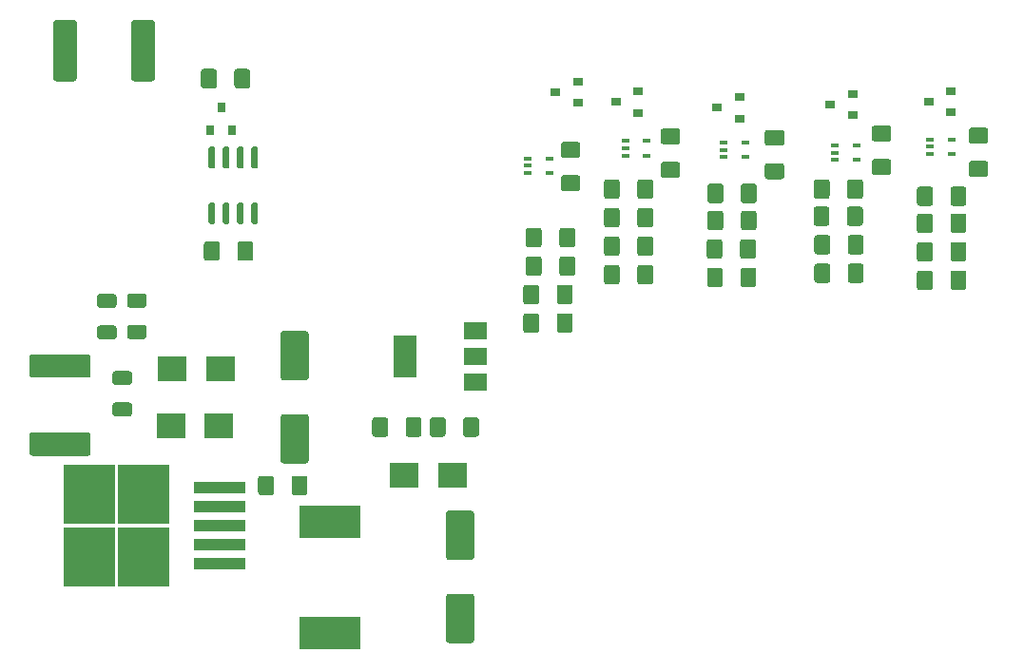
<source format=gbp>
%TF.GenerationSoftware,KiCad,Pcbnew,(5.1.6)-1*%
%TF.CreationDate,2021-05-10T23:00:48+02:00*%
%TF.ProjectId,karta_stm,6b617274-615f-4737-946d-2e6b69636164,rev?*%
%TF.SameCoordinates,Original*%
%TF.FileFunction,Paste,Bot*%
%TF.FilePolarity,Positive*%
%FSLAX46Y46*%
G04 Gerber Fmt 4.6, Leading zero omitted, Abs format (unit mm)*
G04 Created by KiCad (PCBNEW (5.1.6)-1) date 2021-05-10 23:00:48*
%MOMM*%
%LPD*%
G01*
G04 APERTURE LIST*
%ADD10R,4.550000X5.250000*%
%ADD11R,4.600000X1.100000*%
%ADD12R,2.000000X1.500000*%
%ADD13R,2.000000X3.800000*%
%ADD14R,0.650000X0.400000*%
%ADD15R,0.900000X0.800000*%
%ADD16R,2.500000X2.300000*%
%ADD17R,5.400000X2.900000*%
%ADD18R,0.800000X0.900000*%
G04 APERTURE END LIST*
%TO.C,L3*%
G36*
G01*
X105730200Y-91055200D02*
X104480200Y-91055200D01*
G75*
G02*
X104230200Y-90805200I0J250000D01*
G01*
X104230200Y-90055200D01*
G75*
G02*
X104480200Y-89805200I250000J0D01*
G01*
X105730200Y-89805200D01*
G75*
G02*
X105980200Y-90055200I0J-250000D01*
G01*
X105980200Y-90805200D01*
G75*
G02*
X105730200Y-91055200I-250000J0D01*
G01*
G37*
G36*
G01*
X105730200Y-93855200D02*
X104480200Y-93855200D01*
G75*
G02*
X104230200Y-93605200I0J250000D01*
G01*
X104230200Y-92855200D01*
G75*
G02*
X104480200Y-92605200I250000J0D01*
G01*
X105730200Y-92605200D01*
G75*
G02*
X105980200Y-92855200I0J-250000D01*
G01*
X105980200Y-93605200D01*
G75*
G02*
X105730200Y-93855200I-250000J0D01*
G01*
G37*
%TD*%
%TO.C,C24*%
G36*
G01*
X104358600Y-84191000D02*
X103108600Y-84191000D01*
G75*
G02*
X102858600Y-83941000I0J250000D01*
G01*
X102858600Y-83191000D01*
G75*
G02*
X103108600Y-82941000I250000J0D01*
G01*
X104358600Y-82941000D01*
G75*
G02*
X104608600Y-83191000I0J-250000D01*
G01*
X104608600Y-83941000D01*
G75*
G02*
X104358600Y-84191000I-250000J0D01*
G01*
G37*
G36*
G01*
X104358600Y-86991000D02*
X103108600Y-86991000D01*
G75*
G02*
X102858600Y-86741000I0J250000D01*
G01*
X102858600Y-85991000D01*
G75*
G02*
X103108600Y-85741000I250000J0D01*
G01*
X104358600Y-85741000D01*
G75*
G02*
X104608600Y-85991000I0J-250000D01*
G01*
X104608600Y-86741000D01*
G75*
G02*
X104358600Y-86991000I-250000J0D01*
G01*
G37*
%TD*%
%TO.C,C23*%
G36*
G01*
X107025600Y-84159600D02*
X105775600Y-84159600D01*
G75*
G02*
X105525600Y-83909600I0J250000D01*
G01*
X105525600Y-83159600D01*
G75*
G02*
X105775600Y-82909600I250000J0D01*
G01*
X107025600Y-82909600D01*
G75*
G02*
X107275600Y-83159600I0J-250000D01*
G01*
X107275600Y-83909600D01*
G75*
G02*
X107025600Y-84159600I-250000J0D01*
G01*
G37*
G36*
G01*
X107025600Y-86959600D02*
X105775600Y-86959600D01*
G75*
G02*
X105525600Y-86709600I0J250000D01*
G01*
X105525600Y-85959600D01*
G75*
G02*
X105775600Y-85709600I250000J0D01*
G01*
X107025600Y-85709600D01*
G75*
G02*
X107275600Y-85959600I0J-250000D01*
G01*
X107275600Y-86709600D01*
G75*
G02*
X107025600Y-86959600I-250000J0D01*
G01*
G37*
%TD*%
D10*
%TO.C,U3*%
X107021500Y-106362500D03*
X102171500Y-100812500D03*
X107021500Y-100812500D03*
X102171500Y-106362500D03*
D11*
X113746500Y-106987500D03*
X113746500Y-105287500D03*
X113746500Y-103587500D03*
X113746500Y-101887500D03*
X113746500Y-100187500D03*
%TD*%
%TO.C,R21*%
G36*
G01*
X160196500Y-74610000D02*
X160196500Y-73360000D01*
G75*
G02*
X160446500Y-73110000I250000J0D01*
G01*
X161371500Y-73110000D01*
G75*
G02*
X161621500Y-73360000I0J-250000D01*
G01*
X161621500Y-74610000D01*
G75*
G02*
X161371500Y-74860000I-250000J0D01*
G01*
X160446500Y-74860000D01*
G75*
G02*
X160196500Y-74610000I0J250000D01*
G01*
G37*
G36*
G01*
X157221500Y-74610000D02*
X157221500Y-73360000D01*
G75*
G02*
X157471500Y-73110000I250000J0D01*
G01*
X158396500Y-73110000D01*
G75*
G02*
X158646500Y-73360000I0J-250000D01*
G01*
X158646500Y-74610000D01*
G75*
G02*
X158396500Y-74860000I-250000J0D01*
G01*
X157471500Y-74860000D01*
G75*
G02*
X157221500Y-74610000I0J250000D01*
G01*
G37*
%TD*%
%TO.C,C16*%
G36*
G01*
X130342000Y-95430500D02*
X130342000Y-94180500D01*
G75*
G02*
X130592000Y-93930500I250000J0D01*
G01*
X131517000Y-93930500D01*
G75*
G02*
X131767000Y-94180500I0J-250000D01*
G01*
X131767000Y-95430500D01*
G75*
G02*
X131517000Y-95680500I-250000J0D01*
G01*
X130592000Y-95680500D01*
G75*
G02*
X130342000Y-95430500I0J250000D01*
G01*
G37*
G36*
G01*
X127367000Y-95430500D02*
X127367000Y-94180500D01*
G75*
G02*
X127617000Y-93930500I250000J0D01*
G01*
X128542000Y-93930500D01*
G75*
G02*
X128792000Y-94180500I0J-250000D01*
G01*
X128792000Y-95430500D01*
G75*
G02*
X128542000Y-95680500I-250000J0D01*
G01*
X127617000Y-95680500D01*
G75*
G02*
X127367000Y-95430500I0J250000D01*
G01*
G37*
%TD*%
%TO.C,R23*%
G36*
G01*
X158560500Y-78313000D02*
X158560500Y-79563000D01*
G75*
G02*
X158310500Y-79813000I-250000J0D01*
G01*
X157385500Y-79813000D01*
G75*
G02*
X157135500Y-79563000I0J250000D01*
G01*
X157135500Y-78313000D01*
G75*
G02*
X157385500Y-78063000I250000J0D01*
G01*
X158310500Y-78063000D01*
G75*
G02*
X158560500Y-78313000I0J-250000D01*
G01*
G37*
G36*
G01*
X161535500Y-78313000D02*
X161535500Y-79563000D01*
G75*
G02*
X161285500Y-79813000I-250000J0D01*
G01*
X160360500Y-79813000D01*
G75*
G02*
X160110500Y-79563000I0J250000D01*
G01*
X160110500Y-78313000D01*
G75*
G02*
X160360500Y-78063000I250000J0D01*
G01*
X161285500Y-78063000D01*
G75*
G02*
X161535500Y-78313000I0J-250000D01*
G01*
G37*
%TD*%
D12*
%TO.C,U4*%
X136587900Y-86231300D03*
X136587900Y-90831300D03*
X136587900Y-88531300D03*
D13*
X130287900Y-88531300D03*
%TD*%
%TO.C,U2*%
G36*
G01*
X117056500Y-71786000D02*
X116756500Y-71786000D01*
G75*
G02*
X116606500Y-71636000I0J150000D01*
G01*
X116606500Y-69986000D01*
G75*
G02*
X116756500Y-69836000I150000J0D01*
G01*
X117056500Y-69836000D01*
G75*
G02*
X117206500Y-69986000I0J-150000D01*
G01*
X117206500Y-71636000D01*
G75*
G02*
X117056500Y-71786000I-150000J0D01*
G01*
G37*
G36*
G01*
X115786500Y-71786000D02*
X115486500Y-71786000D01*
G75*
G02*
X115336500Y-71636000I0J150000D01*
G01*
X115336500Y-69986000D01*
G75*
G02*
X115486500Y-69836000I150000J0D01*
G01*
X115786500Y-69836000D01*
G75*
G02*
X115936500Y-69986000I0J-150000D01*
G01*
X115936500Y-71636000D01*
G75*
G02*
X115786500Y-71786000I-150000J0D01*
G01*
G37*
G36*
G01*
X114516500Y-71786000D02*
X114216500Y-71786000D01*
G75*
G02*
X114066500Y-71636000I0J150000D01*
G01*
X114066500Y-69986000D01*
G75*
G02*
X114216500Y-69836000I150000J0D01*
G01*
X114516500Y-69836000D01*
G75*
G02*
X114666500Y-69986000I0J-150000D01*
G01*
X114666500Y-71636000D01*
G75*
G02*
X114516500Y-71786000I-150000J0D01*
G01*
G37*
G36*
G01*
X113246500Y-71786000D02*
X112946500Y-71786000D01*
G75*
G02*
X112796500Y-71636000I0J150000D01*
G01*
X112796500Y-69986000D01*
G75*
G02*
X112946500Y-69836000I150000J0D01*
G01*
X113246500Y-69836000D01*
G75*
G02*
X113396500Y-69986000I0J-150000D01*
G01*
X113396500Y-71636000D01*
G75*
G02*
X113246500Y-71786000I-150000J0D01*
G01*
G37*
G36*
G01*
X113246500Y-76736000D02*
X112946500Y-76736000D01*
G75*
G02*
X112796500Y-76586000I0J150000D01*
G01*
X112796500Y-74936000D01*
G75*
G02*
X112946500Y-74786000I150000J0D01*
G01*
X113246500Y-74786000D01*
G75*
G02*
X113396500Y-74936000I0J-150000D01*
G01*
X113396500Y-76586000D01*
G75*
G02*
X113246500Y-76736000I-150000J0D01*
G01*
G37*
G36*
G01*
X114516500Y-76736000D02*
X114216500Y-76736000D01*
G75*
G02*
X114066500Y-76586000I0J150000D01*
G01*
X114066500Y-74936000D01*
G75*
G02*
X114216500Y-74786000I150000J0D01*
G01*
X114516500Y-74786000D01*
G75*
G02*
X114666500Y-74936000I0J-150000D01*
G01*
X114666500Y-76586000D01*
G75*
G02*
X114516500Y-76736000I-150000J0D01*
G01*
G37*
G36*
G01*
X115786500Y-76736000D02*
X115486500Y-76736000D01*
G75*
G02*
X115336500Y-76586000I0J150000D01*
G01*
X115336500Y-74936000D01*
G75*
G02*
X115486500Y-74786000I150000J0D01*
G01*
X115786500Y-74786000D01*
G75*
G02*
X115936500Y-74936000I0J-150000D01*
G01*
X115936500Y-76586000D01*
G75*
G02*
X115786500Y-76736000I-150000J0D01*
G01*
G37*
G36*
G01*
X117056500Y-76736000D02*
X116756500Y-76736000D01*
G75*
G02*
X116606500Y-76586000I0J150000D01*
G01*
X116606500Y-74936000D01*
G75*
G02*
X116756500Y-74786000I150000J0D01*
G01*
X117056500Y-74786000D01*
G75*
G02*
X117206500Y-74936000I0J-150000D01*
G01*
X117206500Y-76586000D01*
G75*
G02*
X117056500Y-76736000I-150000J0D01*
G01*
G37*
%TD*%
%TO.C,R17*%
G36*
G01*
X169648500Y-74229000D02*
X169648500Y-72979000D01*
G75*
G02*
X169898500Y-72729000I250000J0D01*
G01*
X170823500Y-72729000D01*
G75*
G02*
X171073500Y-72979000I0J-250000D01*
G01*
X171073500Y-74229000D01*
G75*
G02*
X170823500Y-74479000I-250000J0D01*
G01*
X169898500Y-74479000D01*
G75*
G02*
X169648500Y-74229000I0J250000D01*
G01*
G37*
G36*
G01*
X166673500Y-74229000D02*
X166673500Y-72979000D01*
G75*
G02*
X166923500Y-72729000I250000J0D01*
G01*
X167848500Y-72729000D01*
G75*
G02*
X168098500Y-72979000I0J-250000D01*
G01*
X168098500Y-74229000D01*
G75*
G02*
X167848500Y-74479000I-250000J0D01*
G01*
X166923500Y-74479000D01*
G75*
G02*
X166673500Y-74229000I0J250000D01*
G01*
G37*
%TD*%
%TO.C,R13*%
G36*
G01*
X177302500Y-78567000D02*
X177302500Y-79817000D01*
G75*
G02*
X177052500Y-80067000I-250000J0D01*
G01*
X176127500Y-80067000D01*
G75*
G02*
X175877500Y-79817000I0J250000D01*
G01*
X175877500Y-78567000D01*
G75*
G02*
X176127500Y-78317000I250000J0D01*
G01*
X177052500Y-78317000D01*
G75*
G02*
X177302500Y-78567000I0J-250000D01*
G01*
G37*
G36*
G01*
X180277500Y-78567000D02*
X180277500Y-79817000D01*
G75*
G02*
X180027500Y-80067000I-250000J0D01*
G01*
X179102500Y-80067000D01*
G75*
G02*
X178852500Y-79817000I0J250000D01*
G01*
X178852500Y-78567000D01*
G75*
G02*
X179102500Y-78317000I250000J0D01*
G01*
X180027500Y-78317000D01*
G75*
G02*
X180277500Y-78567000I0J-250000D01*
G01*
G37*
%TD*%
%TO.C,R8*%
G36*
G01*
X180731000Y-71096500D02*
X181981000Y-71096500D01*
G75*
G02*
X182231000Y-71346500I0J-250000D01*
G01*
X182231000Y-72271500D01*
G75*
G02*
X181981000Y-72521500I-250000J0D01*
G01*
X180731000Y-72521500D01*
G75*
G02*
X180481000Y-72271500I0J250000D01*
G01*
X180481000Y-71346500D01*
G75*
G02*
X180731000Y-71096500I250000J0D01*
G01*
G37*
G36*
G01*
X180731000Y-68121500D02*
X181981000Y-68121500D01*
G75*
G02*
X182231000Y-68371500I0J-250000D01*
G01*
X182231000Y-69296500D01*
G75*
G02*
X181981000Y-69546500I-250000J0D01*
G01*
X180731000Y-69546500D01*
G75*
G02*
X180481000Y-69296500I0J250000D01*
G01*
X180481000Y-68371500D01*
G75*
G02*
X180731000Y-68121500I250000J0D01*
G01*
G37*
%TD*%
%TO.C,R14*%
G36*
G01*
X144018000Y-81087000D02*
X144018000Y-79837000D01*
G75*
G02*
X144268000Y-79587000I250000J0D01*
G01*
X145193000Y-79587000D01*
G75*
G02*
X145443000Y-79837000I0J-250000D01*
G01*
X145443000Y-81087000D01*
G75*
G02*
X145193000Y-81337000I-250000J0D01*
G01*
X144268000Y-81337000D01*
G75*
G02*
X144018000Y-81087000I0J250000D01*
G01*
G37*
G36*
G01*
X141043000Y-81087000D02*
X141043000Y-79837000D01*
G75*
G02*
X141293000Y-79587000I250000J0D01*
G01*
X142218000Y-79587000D01*
G75*
G02*
X142468000Y-79837000I0J-250000D01*
G01*
X142468000Y-81087000D01*
G75*
G02*
X142218000Y-81337000I-250000J0D01*
G01*
X141293000Y-81337000D01*
G75*
G02*
X141043000Y-81087000I0J250000D01*
G01*
G37*
%TD*%
%TO.C,R12*%
G36*
G01*
X178852500Y-77277000D02*
X178852500Y-76027000D01*
G75*
G02*
X179102500Y-75777000I250000J0D01*
G01*
X180027500Y-75777000D01*
G75*
G02*
X180277500Y-76027000I0J-250000D01*
G01*
X180277500Y-77277000D01*
G75*
G02*
X180027500Y-77527000I-250000J0D01*
G01*
X179102500Y-77527000D01*
G75*
G02*
X178852500Y-77277000I0J250000D01*
G01*
G37*
G36*
G01*
X175877500Y-77277000D02*
X175877500Y-76027000D01*
G75*
G02*
X176127500Y-75777000I250000J0D01*
G01*
X177052500Y-75777000D01*
G75*
G02*
X177302500Y-76027000I0J-250000D01*
G01*
X177302500Y-77277000D01*
G75*
G02*
X177052500Y-77527000I-250000J0D01*
G01*
X176127500Y-77527000D01*
G75*
G02*
X175877500Y-77277000I0J250000D01*
G01*
G37*
%TD*%
%TO.C,R16*%
G36*
G01*
X172095000Y-70915500D02*
X173345000Y-70915500D01*
G75*
G02*
X173595000Y-71165500I0J-250000D01*
G01*
X173595000Y-72090500D01*
G75*
G02*
X173345000Y-72340500I-250000J0D01*
G01*
X172095000Y-72340500D01*
G75*
G02*
X171845000Y-72090500I0J250000D01*
G01*
X171845000Y-71165500D01*
G75*
G02*
X172095000Y-70915500I250000J0D01*
G01*
G37*
G36*
G01*
X172095000Y-67940500D02*
X173345000Y-67940500D01*
G75*
G02*
X173595000Y-68190500I0J-250000D01*
G01*
X173595000Y-69115500D01*
G75*
G02*
X173345000Y-69365500I-250000J0D01*
G01*
X172095000Y-69365500D01*
G75*
G02*
X171845000Y-69115500I0J250000D01*
G01*
X171845000Y-68190500D01*
G75*
G02*
X172095000Y-67940500I250000J0D01*
G01*
G37*
%TD*%
%TO.C,R11*%
G36*
G01*
X144018000Y-78547000D02*
X144018000Y-77297000D01*
G75*
G02*
X144268000Y-77047000I250000J0D01*
G01*
X145193000Y-77047000D01*
G75*
G02*
X145443000Y-77297000I0J-250000D01*
G01*
X145443000Y-78547000D01*
G75*
G02*
X145193000Y-78797000I-250000J0D01*
G01*
X144268000Y-78797000D01*
G75*
G02*
X144018000Y-78547000I0J250000D01*
G01*
G37*
G36*
G01*
X141043000Y-78547000D02*
X141043000Y-77297000D01*
G75*
G02*
X141293000Y-77047000I250000J0D01*
G01*
X142218000Y-77047000D01*
G75*
G02*
X142468000Y-77297000I0J-250000D01*
G01*
X142468000Y-78547000D01*
G75*
G02*
X142218000Y-78797000I-250000J0D01*
G01*
X141293000Y-78797000D01*
G75*
G02*
X141043000Y-78547000I0J250000D01*
G01*
G37*
%TD*%
%TO.C,R19*%
G36*
G01*
X168158500Y-77932000D02*
X168158500Y-79182000D01*
G75*
G02*
X167908500Y-79432000I-250000J0D01*
G01*
X166983500Y-79432000D01*
G75*
G02*
X166733500Y-79182000I0J250000D01*
G01*
X166733500Y-77932000D01*
G75*
G02*
X166983500Y-77682000I250000J0D01*
G01*
X167908500Y-77682000D01*
G75*
G02*
X168158500Y-77932000I0J-250000D01*
G01*
G37*
G36*
G01*
X171133500Y-77932000D02*
X171133500Y-79182000D01*
G75*
G02*
X170883500Y-79432000I-250000J0D01*
G01*
X169958500Y-79432000D01*
G75*
G02*
X169708500Y-79182000I0J250000D01*
G01*
X169708500Y-77932000D01*
G75*
G02*
X169958500Y-77682000I250000J0D01*
G01*
X170883500Y-77682000D01*
G75*
G02*
X171133500Y-77932000I0J-250000D01*
G01*
G37*
%TD*%
%TO.C,R10*%
G36*
G01*
X144409000Y-72366500D02*
X145659000Y-72366500D01*
G75*
G02*
X145909000Y-72616500I0J-250000D01*
G01*
X145909000Y-73541500D01*
G75*
G02*
X145659000Y-73791500I-250000J0D01*
G01*
X144409000Y-73791500D01*
G75*
G02*
X144159000Y-73541500I0J250000D01*
G01*
X144159000Y-72616500D01*
G75*
G02*
X144409000Y-72366500I250000J0D01*
G01*
G37*
G36*
G01*
X144409000Y-69391500D02*
X145659000Y-69391500D01*
G75*
G02*
X145909000Y-69641500I0J-250000D01*
G01*
X145909000Y-70566500D01*
G75*
G02*
X145659000Y-70816500I-250000J0D01*
G01*
X144409000Y-70816500D01*
G75*
G02*
X144159000Y-70566500I0J250000D01*
G01*
X144159000Y-69641500D01*
G75*
G02*
X144409000Y-69391500I250000J0D01*
G01*
G37*
%TD*%
%TO.C,R15*%
G36*
G01*
X142250500Y-82377000D02*
X142250500Y-83627000D01*
G75*
G02*
X142000500Y-83877000I-250000J0D01*
G01*
X141075500Y-83877000D01*
G75*
G02*
X140825500Y-83627000I0J250000D01*
G01*
X140825500Y-82377000D01*
G75*
G02*
X141075500Y-82127000I250000J0D01*
G01*
X142000500Y-82127000D01*
G75*
G02*
X142250500Y-82377000I0J-250000D01*
G01*
G37*
G36*
G01*
X145225500Y-82377000D02*
X145225500Y-83627000D01*
G75*
G02*
X144975500Y-83877000I-250000J0D01*
G01*
X144050500Y-83877000D01*
G75*
G02*
X143800500Y-83627000I0J250000D01*
G01*
X143800500Y-82377000D01*
G75*
G02*
X144050500Y-82127000I250000J0D01*
G01*
X144975500Y-82127000D01*
G75*
G02*
X145225500Y-82377000I0J-250000D01*
G01*
G37*
%TD*%
%TO.C,R6*%
G36*
G01*
X150966500Y-76769000D02*
X150966500Y-75519000D01*
G75*
G02*
X151216500Y-75269000I250000J0D01*
G01*
X152141500Y-75269000D01*
G75*
G02*
X152391500Y-75519000I0J-250000D01*
G01*
X152391500Y-76769000D01*
G75*
G02*
X152141500Y-77019000I-250000J0D01*
G01*
X151216500Y-77019000D01*
G75*
G02*
X150966500Y-76769000I0J250000D01*
G01*
G37*
G36*
G01*
X147991500Y-76769000D02*
X147991500Y-75519000D01*
G75*
G02*
X148241500Y-75269000I250000J0D01*
G01*
X149166500Y-75269000D01*
G75*
G02*
X149416500Y-75519000I0J-250000D01*
G01*
X149416500Y-76769000D01*
G75*
G02*
X149166500Y-77019000I-250000J0D01*
G01*
X148241500Y-77019000D01*
G75*
G02*
X147991500Y-76769000I0J250000D01*
G01*
G37*
%TD*%
%TO.C,R5*%
G36*
G01*
X150966500Y-74229000D02*
X150966500Y-72979000D01*
G75*
G02*
X151216500Y-72729000I250000J0D01*
G01*
X152141500Y-72729000D01*
G75*
G02*
X152391500Y-72979000I0J-250000D01*
G01*
X152391500Y-74229000D01*
G75*
G02*
X152141500Y-74479000I-250000J0D01*
G01*
X151216500Y-74479000D01*
G75*
G02*
X150966500Y-74229000I0J250000D01*
G01*
G37*
G36*
G01*
X147991500Y-74229000D02*
X147991500Y-72979000D01*
G75*
G02*
X148241500Y-72729000I250000J0D01*
G01*
X149166500Y-72729000D01*
G75*
G02*
X149416500Y-72979000I0J-250000D01*
G01*
X149416500Y-74229000D01*
G75*
G02*
X149166500Y-74479000I-250000J0D01*
G01*
X148241500Y-74479000D01*
G75*
G02*
X147991500Y-74229000I0J250000D01*
G01*
G37*
%TD*%
%TO.C,R7*%
G36*
G01*
X149416500Y-78059000D02*
X149416500Y-79309000D01*
G75*
G02*
X149166500Y-79559000I-250000J0D01*
G01*
X148241500Y-79559000D01*
G75*
G02*
X147991500Y-79309000I0J250000D01*
G01*
X147991500Y-78059000D01*
G75*
G02*
X148241500Y-77809000I250000J0D01*
G01*
X149166500Y-77809000D01*
G75*
G02*
X149416500Y-78059000I0J-250000D01*
G01*
G37*
G36*
G01*
X152391500Y-78059000D02*
X152391500Y-79309000D01*
G75*
G02*
X152141500Y-79559000I-250000J0D01*
G01*
X151216500Y-79559000D01*
G75*
G02*
X150966500Y-79309000I0J250000D01*
G01*
X150966500Y-78059000D01*
G75*
G02*
X151216500Y-77809000I250000J0D01*
G01*
X152141500Y-77809000D01*
G75*
G02*
X152391500Y-78059000I0J-250000D01*
G01*
G37*
%TD*%
%TO.C,R18*%
G36*
G01*
X169635500Y-76642000D02*
X169635500Y-75392000D01*
G75*
G02*
X169885500Y-75142000I250000J0D01*
G01*
X170810500Y-75142000D01*
G75*
G02*
X171060500Y-75392000I0J-250000D01*
G01*
X171060500Y-76642000D01*
G75*
G02*
X170810500Y-76892000I-250000J0D01*
G01*
X169885500Y-76892000D01*
G75*
G02*
X169635500Y-76642000I0J250000D01*
G01*
G37*
G36*
G01*
X166660500Y-76642000D02*
X166660500Y-75392000D01*
G75*
G02*
X166910500Y-75142000I250000J0D01*
G01*
X167835500Y-75142000D01*
G75*
G02*
X168085500Y-75392000I0J-250000D01*
G01*
X168085500Y-76642000D01*
G75*
G02*
X167835500Y-76892000I-250000J0D01*
G01*
X166910500Y-76892000D01*
G75*
G02*
X166660500Y-76642000I0J250000D01*
G01*
G37*
%TD*%
%TO.C,R22*%
G36*
G01*
X160183500Y-77023000D02*
X160183500Y-75773000D01*
G75*
G02*
X160433500Y-75523000I250000J0D01*
G01*
X161358500Y-75523000D01*
G75*
G02*
X161608500Y-75773000I0J-250000D01*
G01*
X161608500Y-77023000D01*
G75*
G02*
X161358500Y-77273000I-250000J0D01*
G01*
X160433500Y-77273000D01*
G75*
G02*
X160183500Y-77023000I0J250000D01*
G01*
G37*
G36*
G01*
X157208500Y-77023000D02*
X157208500Y-75773000D01*
G75*
G02*
X157458500Y-75523000I250000J0D01*
G01*
X158383500Y-75523000D01*
G75*
G02*
X158633500Y-75773000I0J-250000D01*
G01*
X158633500Y-77023000D01*
G75*
G02*
X158383500Y-77273000I-250000J0D01*
G01*
X157458500Y-77273000D01*
G75*
G02*
X157208500Y-77023000I0J250000D01*
G01*
G37*
%TD*%
%TO.C,R9*%
G36*
G01*
X178852500Y-74864000D02*
X178852500Y-73614000D01*
G75*
G02*
X179102500Y-73364000I250000J0D01*
G01*
X180027500Y-73364000D01*
G75*
G02*
X180277500Y-73614000I0J-250000D01*
G01*
X180277500Y-74864000D01*
G75*
G02*
X180027500Y-75114000I-250000J0D01*
G01*
X179102500Y-75114000D01*
G75*
G02*
X178852500Y-74864000I0J250000D01*
G01*
G37*
G36*
G01*
X175877500Y-74864000D02*
X175877500Y-73614000D01*
G75*
G02*
X176127500Y-73364000I250000J0D01*
G01*
X177052500Y-73364000D01*
G75*
G02*
X177302500Y-73614000I0J-250000D01*
G01*
X177302500Y-74864000D01*
G75*
G02*
X177052500Y-75114000I-250000J0D01*
G01*
X176127500Y-75114000D01*
G75*
G02*
X175877500Y-74864000I0J250000D01*
G01*
G37*
%TD*%
%TO.C,R20*%
G36*
G01*
X162570000Y-71296500D02*
X163820000Y-71296500D01*
G75*
G02*
X164070000Y-71546500I0J-250000D01*
G01*
X164070000Y-72471500D01*
G75*
G02*
X163820000Y-72721500I-250000J0D01*
G01*
X162570000Y-72721500D01*
G75*
G02*
X162320000Y-72471500I0J250000D01*
G01*
X162320000Y-71546500D01*
G75*
G02*
X162570000Y-71296500I250000J0D01*
G01*
G37*
G36*
G01*
X162570000Y-68321500D02*
X163820000Y-68321500D01*
G75*
G02*
X164070000Y-68571500I0J-250000D01*
G01*
X164070000Y-69496500D01*
G75*
G02*
X163820000Y-69746500I-250000J0D01*
G01*
X162570000Y-69746500D01*
G75*
G02*
X162320000Y-69496500I0J250000D01*
G01*
X162320000Y-68571500D01*
G75*
G02*
X162570000Y-68321500I250000J0D01*
G01*
G37*
%TD*%
D14*
%TO.C,U6*%
X178938000Y-70485000D03*
X178938000Y-69185000D03*
X177038000Y-69835000D03*
X177038000Y-69185000D03*
X177038000Y-70485000D03*
%TD*%
%TO.C,U5*%
X151826000Y-70627000D03*
X151826000Y-69327000D03*
X149926000Y-69977000D03*
X149926000Y-69327000D03*
X149926000Y-70627000D03*
%TD*%
D15*
%TO.C,D7*%
X143669000Y-64958000D03*
X145669000Y-65908000D03*
X145669000Y-64008000D03*
%TD*%
%TO.C,D6*%
X176899000Y-65804000D03*
X178899000Y-66754000D03*
X178899000Y-64854000D03*
%TD*%
%TO.C,D9*%
X158099000Y-66360000D03*
X160099000Y-67310000D03*
X160099000Y-65410000D03*
%TD*%
%TO.C,D8*%
X168149000Y-66054000D03*
X170149000Y-67004000D03*
X170149000Y-65104000D03*
%TD*%
D14*
%TO.C,U9*%
X160589000Y-70754000D03*
X160589000Y-69454000D03*
X158689000Y-70104000D03*
X158689000Y-69454000D03*
X158689000Y-70754000D03*
%TD*%
%TO.C,U8*%
X170495000Y-71008000D03*
X170495000Y-69708000D03*
X168595000Y-70358000D03*
X168595000Y-69708000D03*
X168595000Y-71008000D03*
%TD*%
%TO.C,U7*%
X143124000Y-72166000D03*
X143124000Y-70866000D03*
X141224000Y-71516000D03*
X141224000Y-70866000D03*
X141224000Y-72166000D03*
%TD*%
D16*
%TO.C,D3*%
X109419500Y-94678500D03*
X113719500Y-94678500D03*
%TD*%
%TO.C,D2*%
X113837500Y-89598500D03*
X109537500Y-89598500D03*
%TD*%
%TO.C,C22*%
G36*
G01*
X158597000Y-80853000D02*
X158597000Y-82103000D01*
G75*
G02*
X158347000Y-82353000I-250000J0D01*
G01*
X157422000Y-82353000D01*
G75*
G02*
X157172000Y-82103000I0J250000D01*
G01*
X157172000Y-80853000D01*
G75*
G02*
X157422000Y-80603000I250000J0D01*
G01*
X158347000Y-80603000D01*
G75*
G02*
X158597000Y-80853000I0J-250000D01*
G01*
G37*
G36*
G01*
X161572000Y-80853000D02*
X161572000Y-82103000D01*
G75*
G02*
X161322000Y-82353000I-250000J0D01*
G01*
X160397000Y-82353000D01*
G75*
G02*
X160147000Y-82103000I0J250000D01*
G01*
X160147000Y-80853000D01*
G75*
G02*
X160397000Y-80603000I250000J0D01*
G01*
X161322000Y-80603000D01*
G75*
G02*
X161572000Y-80853000I0J-250000D01*
G01*
G37*
%TD*%
%TO.C,C21*%
G36*
G01*
X168158500Y-80472000D02*
X168158500Y-81722000D01*
G75*
G02*
X167908500Y-81972000I-250000J0D01*
G01*
X166983500Y-81972000D01*
G75*
G02*
X166733500Y-81722000I0J250000D01*
G01*
X166733500Y-80472000D01*
G75*
G02*
X166983500Y-80222000I250000J0D01*
G01*
X167908500Y-80222000D01*
G75*
G02*
X168158500Y-80472000I0J-250000D01*
G01*
G37*
G36*
G01*
X171133500Y-80472000D02*
X171133500Y-81722000D01*
G75*
G02*
X170883500Y-81972000I-250000J0D01*
G01*
X169958500Y-81972000D01*
G75*
G02*
X169708500Y-81722000I0J250000D01*
G01*
X169708500Y-80472000D01*
G75*
G02*
X169958500Y-80222000I250000J0D01*
G01*
X170883500Y-80222000D01*
G75*
G02*
X171133500Y-80472000I0J-250000D01*
G01*
G37*
%TD*%
%TO.C,C20*%
G36*
G01*
X142250500Y-84917000D02*
X142250500Y-86167000D01*
G75*
G02*
X142000500Y-86417000I-250000J0D01*
G01*
X141075500Y-86417000D01*
G75*
G02*
X140825500Y-86167000I0J250000D01*
G01*
X140825500Y-84917000D01*
G75*
G02*
X141075500Y-84667000I250000J0D01*
G01*
X142000500Y-84667000D01*
G75*
G02*
X142250500Y-84917000I0J-250000D01*
G01*
G37*
G36*
G01*
X145225500Y-84917000D02*
X145225500Y-86167000D01*
G75*
G02*
X144975500Y-86417000I-250000J0D01*
G01*
X144050500Y-86417000D01*
G75*
G02*
X143800500Y-86167000I0J250000D01*
G01*
X143800500Y-84917000D01*
G75*
G02*
X144050500Y-84667000I250000J0D01*
G01*
X144975500Y-84667000D01*
G75*
G02*
X145225500Y-84917000I0J-250000D01*
G01*
G37*
%TD*%
%TO.C,D4*%
X134484000Y-99060000D03*
X130184000Y-99060000D03*
%TD*%
%TO.C,R3*%
G36*
G01*
X113533000Y-63138000D02*
X113533000Y-64388000D01*
G75*
G02*
X113283000Y-64638000I-250000J0D01*
G01*
X112358000Y-64638000D01*
G75*
G02*
X112108000Y-64388000I0J250000D01*
G01*
X112108000Y-63138000D01*
G75*
G02*
X112358000Y-62888000I250000J0D01*
G01*
X113283000Y-62888000D01*
G75*
G02*
X113533000Y-63138000I0J-250000D01*
G01*
G37*
G36*
G01*
X116508000Y-63138000D02*
X116508000Y-64388000D01*
G75*
G02*
X116258000Y-64638000I-250000J0D01*
G01*
X115333000Y-64638000D01*
G75*
G02*
X115083000Y-64388000I0J250000D01*
G01*
X115083000Y-63138000D01*
G75*
G02*
X115333000Y-62888000I250000J0D01*
G01*
X116258000Y-62888000D01*
G75*
G02*
X116508000Y-63138000I0J-250000D01*
G01*
G37*
%TD*%
%TO.C,R4*%
G36*
G01*
X153299000Y-71169500D02*
X154549000Y-71169500D01*
G75*
G02*
X154799000Y-71419500I0J-250000D01*
G01*
X154799000Y-72344500D01*
G75*
G02*
X154549000Y-72594500I-250000J0D01*
G01*
X153299000Y-72594500D01*
G75*
G02*
X153049000Y-72344500I0J250000D01*
G01*
X153049000Y-71419500D01*
G75*
G02*
X153299000Y-71169500I250000J0D01*
G01*
G37*
G36*
G01*
X153299000Y-68194500D02*
X154549000Y-68194500D01*
G75*
G02*
X154799000Y-68444500I0J-250000D01*
G01*
X154799000Y-69369500D01*
G75*
G02*
X154549000Y-69619500I-250000J0D01*
G01*
X153299000Y-69619500D01*
G75*
G02*
X153049000Y-69369500I0J250000D01*
G01*
X153049000Y-68444500D01*
G75*
G02*
X153299000Y-68194500I250000J0D01*
G01*
G37*
%TD*%
%TO.C,C19*%
G36*
G01*
X177302500Y-81107000D02*
X177302500Y-82357000D01*
G75*
G02*
X177052500Y-82607000I-250000J0D01*
G01*
X176127500Y-82607000D01*
G75*
G02*
X175877500Y-82357000I0J250000D01*
G01*
X175877500Y-81107000D01*
G75*
G02*
X176127500Y-80857000I250000J0D01*
G01*
X177052500Y-80857000D01*
G75*
G02*
X177302500Y-81107000I0J-250000D01*
G01*
G37*
G36*
G01*
X180277500Y-81107000D02*
X180277500Y-82357000D01*
G75*
G02*
X180027500Y-82607000I-250000J0D01*
G01*
X179102500Y-82607000D01*
G75*
G02*
X178852500Y-82357000I0J250000D01*
G01*
X178852500Y-81107000D01*
G75*
G02*
X179102500Y-80857000I250000J0D01*
G01*
X180027500Y-80857000D01*
G75*
G02*
X180277500Y-81107000I0J-250000D01*
G01*
G37*
%TD*%
%TO.C,C12*%
G36*
G01*
X115356000Y-79746000D02*
X115356000Y-78496000D01*
G75*
G02*
X115606000Y-78246000I250000J0D01*
G01*
X116531000Y-78246000D01*
G75*
G02*
X116781000Y-78496000I0J-250000D01*
G01*
X116781000Y-79746000D01*
G75*
G02*
X116531000Y-79996000I-250000J0D01*
G01*
X115606000Y-79996000D01*
G75*
G02*
X115356000Y-79746000I0J250000D01*
G01*
G37*
G36*
G01*
X112381000Y-79746000D02*
X112381000Y-78496000D01*
G75*
G02*
X112631000Y-78246000I250000J0D01*
G01*
X113556000Y-78246000D01*
G75*
G02*
X113806000Y-78496000I0J-250000D01*
G01*
X113806000Y-79746000D01*
G75*
G02*
X113556000Y-79996000I-250000J0D01*
G01*
X112631000Y-79996000D01*
G75*
G02*
X112381000Y-79746000I0J250000D01*
G01*
G37*
%TD*%
%TO.C,C14*%
G36*
G01*
X120182000Y-100637500D02*
X120182000Y-99387500D01*
G75*
G02*
X120432000Y-99137500I250000J0D01*
G01*
X121357000Y-99137500D01*
G75*
G02*
X121607000Y-99387500I0J-250000D01*
G01*
X121607000Y-100637500D01*
G75*
G02*
X121357000Y-100887500I-250000J0D01*
G01*
X120432000Y-100887500D01*
G75*
G02*
X120182000Y-100637500I0J250000D01*
G01*
G37*
G36*
G01*
X117207000Y-100637500D02*
X117207000Y-99387500D01*
G75*
G02*
X117457000Y-99137500I250000J0D01*
G01*
X118382000Y-99137500D01*
G75*
G02*
X118632000Y-99387500I0J-250000D01*
G01*
X118632000Y-100637500D01*
G75*
G02*
X118382000Y-100887500I-250000J0D01*
G01*
X117457000Y-100887500D01*
G75*
G02*
X117207000Y-100637500I0J250000D01*
G01*
G37*
%TD*%
%TO.C,C13*%
G36*
G01*
X121459500Y-90638500D02*
X119459500Y-90638500D01*
G75*
G02*
X119209500Y-90388500I0J250000D01*
G01*
X119209500Y-86488500D01*
G75*
G02*
X119459500Y-86238500I250000J0D01*
G01*
X121459500Y-86238500D01*
G75*
G02*
X121709500Y-86488500I0J-250000D01*
G01*
X121709500Y-90388500D01*
G75*
G02*
X121459500Y-90638500I-250000J0D01*
G01*
G37*
G36*
G01*
X121459500Y-98038500D02*
X119459500Y-98038500D01*
G75*
G02*
X119209500Y-97788500I0J250000D01*
G01*
X119209500Y-93888500D01*
G75*
G02*
X119459500Y-93638500I250000J0D01*
G01*
X121459500Y-93638500D01*
G75*
G02*
X121709500Y-93888500I0J-250000D01*
G01*
X121709500Y-97788500D01*
G75*
G02*
X121459500Y-98038500I-250000J0D01*
G01*
G37*
%TD*%
%TO.C,C18*%
G36*
G01*
X149416500Y-80599000D02*
X149416500Y-81849000D01*
G75*
G02*
X149166500Y-82099000I-250000J0D01*
G01*
X148241500Y-82099000D01*
G75*
G02*
X147991500Y-81849000I0J250000D01*
G01*
X147991500Y-80599000D01*
G75*
G02*
X148241500Y-80349000I250000J0D01*
G01*
X149166500Y-80349000D01*
G75*
G02*
X149416500Y-80599000I0J-250000D01*
G01*
G37*
G36*
G01*
X152391500Y-80599000D02*
X152391500Y-81849000D01*
G75*
G02*
X152141500Y-82099000I-250000J0D01*
G01*
X151216500Y-82099000D01*
G75*
G02*
X150966500Y-81849000I0J250000D01*
G01*
X150966500Y-80599000D01*
G75*
G02*
X151216500Y-80349000I250000J0D01*
G01*
X152141500Y-80349000D01*
G75*
G02*
X152391500Y-80599000I0J-250000D01*
G01*
G37*
%TD*%
%TO.C,C17*%
G36*
G01*
X136191500Y-106640500D02*
X134191500Y-106640500D01*
G75*
G02*
X133941500Y-106390500I0J250000D01*
G01*
X133941500Y-102490500D01*
G75*
G02*
X134191500Y-102240500I250000J0D01*
G01*
X136191500Y-102240500D01*
G75*
G02*
X136441500Y-102490500I0J-250000D01*
G01*
X136441500Y-106390500D01*
G75*
G02*
X136191500Y-106640500I-250000J0D01*
G01*
G37*
G36*
G01*
X136191500Y-114040500D02*
X134191500Y-114040500D01*
G75*
G02*
X133941500Y-113790500I0J250000D01*
G01*
X133941500Y-109890500D01*
G75*
G02*
X134191500Y-109640500I250000J0D01*
G01*
X136191500Y-109640500D01*
G75*
G02*
X136441500Y-109890500I0J-250000D01*
G01*
X136441500Y-113790500D01*
G75*
G02*
X136191500Y-114040500I-250000J0D01*
G01*
G37*
%TD*%
%TO.C,C15*%
G36*
G01*
X133908500Y-94180500D02*
X133908500Y-95430500D01*
G75*
G02*
X133658500Y-95680500I-250000J0D01*
G01*
X132733500Y-95680500D01*
G75*
G02*
X132483500Y-95430500I0J250000D01*
G01*
X132483500Y-94180500D01*
G75*
G02*
X132733500Y-93930500I250000J0D01*
G01*
X133658500Y-93930500D01*
G75*
G02*
X133908500Y-94180500I0J-250000D01*
G01*
G37*
G36*
G01*
X136883500Y-94180500D02*
X136883500Y-95430500D01*
G75*
G02*
X136633500Y-95680500I-250000J0D01*
G01*
X135708500Y-95680500D01*
G75*
G02*
X135458500Y-95430500I0J250000D01*
G01*
X135458500Y-94180500D01*
G75*
G02*
X135708500Y-93930500I250000J0D01*
G01*
X136633500Y-93930500D01*
G75*
G02*
X136883500Y-94180500I0J-250000D01*
G01*
G37*
%TD*%
D15*
%TO.C,D5*%
X149049000Y-65847000D03*
X151049000Y-66797000D03*
X151049000Y-64897000D03*
%TD*%
%TO.C,F1*%
G36*
G01*
X97093000Y-95262000D02*
X102043000Y-95262000D01*
G75*
G02*
X102293000Y-95512000I0J-250000D01*
G01*
X102293000Y-97112000D01*
G75*
G02*
X102043000Y-97362000I-250000J0D01*
G01*
X97093000Y-97362000D01*
G75*
G02*
X96843000Y-97112000I0J250000D01*
G01*
X96843000Y-95512000D01*
G75*
G02*
X97093000Y-95262000I250000J0D01*
G01*
G37*
G36*
G01*
X97093000Y-88312000D02*
X102043000Y-88312000D01*
G75*
G02*
X102293000Y-88562000I0J-250000D01*
G01*
X102293000Y-90162000D01*
G75*
G02*
X102043000Y-90412000I-250000J0D01*
G01*
X97093000Y-90412000D01*
G75*
G02*
X96843000Y-90162000I0J250000D01*
G01*
X96843000Y-88562000D01*
G75*
G02*
X97093000Y-88312000I250000J0D01*
G01*
G37*
%TD*%
%TO.C,F2*%
G36*
G01*
X105912500Y-63752500D02*
X105912500Y-58802500D01*
G75*
G02*
X106162500Y-58552500I250000J0D01*
G01*
X107762500Y-58552500D01*
G75*
G02*
X108012500Y-58802500I0J-250000D01*
G01*
X108012500Y-63752500D01*
G75*
G02*
X107762500Y-64002500I-250000J0D01*
G01*
X106162500Y-64002500D01*
G75*
G02*
X105912500Y-63752500I0J250000D01*
G01*
G37*
G36*
G01*
X98962500Y-63752500D02*
X98962500Y-58802500D01*
G75*
G02*
X99212500Y-58552500I250000J0D01*
G01*
X100812500Y-58552500D01*
G75*
G02*
X101062500Y-58802500I0J-250000D01*
G01*
X101062500Y-63752500D01*
G75*
G02*
X100812500Y-64002500I-250000J0D01*
G01*
X99212500Y-64002500D01*
G75*
G02*
X98962500Y-63752500I0J250000D01*
G01*
G37*
%TD*%
D17*
%TO.C,L2*%
X123571000Y-103254000D03*
X123571000Y-113154000D03*
%TD*%
D18*
%TO.C,D1*%
X113920500Y-66363000D03*
X112970500Y-68363000D03*
X114870500Y-68363000D03*
%TD*%
M02*

</source>
